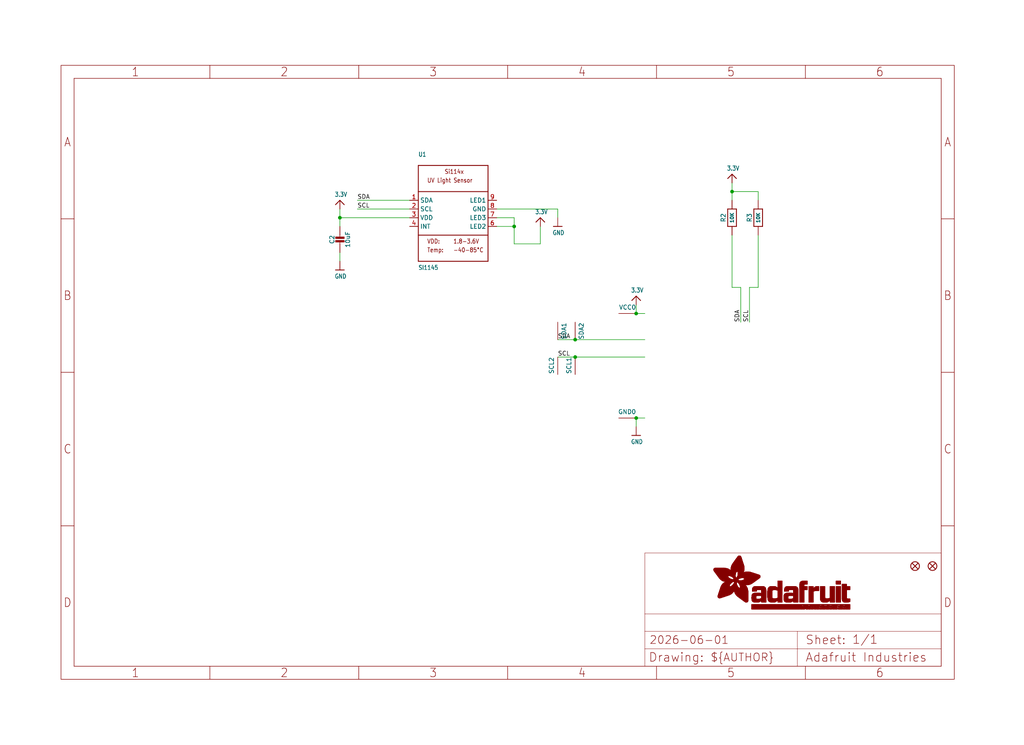
<source format=kicad_sch>
(kicad_sch (version 20230121) (generator eeschema)
  (paper "User" 298.45 217.322)
  (lib_symbols
    (symbol "working-eagle-import:3.3V" (power)
      (property "Value" "3.3V" (at -1.524 1.016 0))
      (symbol "3.3V_1_0"
        (pin power_in line (at 0 -2.54 90) (length 2.54) (name "3.3V") (number "1"))
      )
    )
    (symbol "working-eagle-import:CAP_CERAMIC0805-NOOUTLINE"
      (property "Reference" "C" (at -2.29 1.25 90))
      (symbol "CAP_CERAMIC0805-NOOUTLINE_1_0"
        (pin passive line (at 0 5.08 270) (length 2.54) (name "1") (number "1"))
        (pin passive line (at 0 -2.54 90) (length 2.54) (name "2") (number "2"))
      )
    )
    (symbol "working-eagle-import:FIDUCIAL{dblquote}{dblquote}")
    (symbol "working-eagle-import:FRAME_A4_ADAFRUIT"
      (symbol "FRAME_A4_ADAFRUIT_1_0"
        (text "${#}/${##}" (at 230.505 10.16 0) (effects (font (size 2.54 2.54)) (justify left bottom)))
        (text "${AUTHOR}" (at 189.23 5.08 0) (effects (font (size 2.286 2.286)) (justify left bottom)))
        (text "${CURRENT_DATE}" (at 171.45 10.16 0) (effects (font (size 2.286 2.286)) (justify left bottom)))
        (text "${PROJECTNAME}" (at 171.45 15.24 0) (effects (font (size 2.54 2.54)) (justify left bottom)))
        (text "1" (at 21.6958 1.905 0) (effects (font (size 2.54 2.286))))
        (text "1" (at 21.6958 177.165 0) (effects (font (size 2.54 2.286))))
        (text "2" (at 65.0875 1.905 0) (effects (font (size 2.54 2.286))))
        (text "2" (at 65.0875 177.165 0) (effects (font (size 2.54 2.286))))
        (text "3" (at 108.4792 1.905 0) (effects (font (size 2.54 2.286))))
        (text "3" (at 108.4792 177.165 0) (effects (font (size 2.54 2.286))))
        (text "4" (at 151.8708 1.905 0) (effects (font (size 2.54 2.286))))
        (text "4" (at 151.8708 177.165 0) (effects (font (size 2.54 2.286))))
        (text "5" (at 195.2625 1.905 0) (effects (font (size 2.54 2.286))))
        (text "5" (at 195.2625 177.165 0) (effects (font (size 2.54 2.286))))
        (text "6" (at 238.6542 1.905 0) (effects (font (size 2.54 2.286))))
        (text "6" (at 238.6542 177.165 0) (effects (font (size 2.54 2.286))))
        (text "A" (at 1.905 156.6863 0) (effects (font (size 2.54 2.286))))
        (text "A" (at 258.445 156.6863 0) (effects (font (size 2.54 2.286))))
        (text "Adafruit Industries" (at 216.916 4.953 0) (effects (font (size 2.54 2.54)) (justify left bottom)))
        (text "B" (at 1.905 111.9188 0) (effects (font (size 2.54 2.286))))
        (text "B" (at 258.445 111.9188 0) (effects (font (size 2.54 2.286))))
        (text "C" (at 1.905 67.1513 0) (effects (font (size 2.54 2.286))))
        (text "C" (at 258.445 67.1513 0) (effects (font (size 2.54 2.286))))
        (text "D" (at 1.905 22.3838 0) (effects (font (size 2.54 2.286))))
        (text "D" (at 258.445 22.3838 0) (effects (font (size 2.54 2.286))))
        (text "Drawing:" (at 171.196 4.953 0) (effects (font (size 2.54 2.54)) (justify left bottom)))
        (text "Sheet:" (at 216.916 10.033 0) (effects (font (size 2.54 2.54)) (justify left bottom)))
      )
    )
    (symbol "working-eagle-import:GND" (power)
      (property "Value" "GND" (at -1.524 -2.54 0))
      (symbol "GND_1_0"
        (pin power_in line (at 0 2.54 270) (length 2.54) (name "GND") (number "1"))
      )
    )
    (symbol "working-eagle-import:RESISTOR0805_NOOUTLINE"
      (property "Reference" "R" (at 0 2.54 0))
      (symbol "RESISTOR0805_NOOUTLINE_1_0"
        (pin passive line (at -5.08 0 0) (length 2.54) (name "1") (number "1"))
        (pin passive line (at 5.08 0 180) (length 2.54) (name "2") (number "2"))
      )
    )
    (symbol "working-eagle-import:SEWTAP0.5IN"
      (property "Reference" "TP" (at 0 2.54 0))
      (symbol "SEWTAP0.5IN_1_0"
        (pin bidirectional line (at 0 0 180) (length 5.08) (name "SEW") (number "TAP"))
      )
    )
    (symbol "working-eagle-import:SI114X"
      (property "Reference" "U" (at -10.16 17.78 0))
      (symbol "SI114X_1_0"
        (text "-40-85°C" (at 0 -10.16 0) (effects (font (size 1.27 1.0795)) (justify left bottom)))
        (text "1.8-3.6V" (at 0 -7.62 0) (effects (font (size 1.27 1.0795)) (justify left bottom)))
        (text "Si114x" (at -2.54 12.7 0) (effects (font (size 1.27 1.0795)) (justify left bottom)))
        (text "Temp:" (at -7.62 -10.16 0) (effects (font (size 1.27 1.0795)) (justify left bottom)))
        (text "UV Light Sensor" (at -7.62 10.16 0) (effects (font (size 1.27 1.0795)) (justify left bottom)))
        (text "VDD:" (at -7.62 -7.62 0) (effects (font (size 1.27 1.0795)) (justify left bottom)))
        (pin bidirectional line (at -12.7 5.08 0) (length 2.54) (name "SDA") (number "1"))
        (pin input line (at -12.7 2.54 0) (length 2.54) (name "SCL") (number "2"))
        (pin power_in line (at -12.7 0 0) (length 2.54) (name "VDD") (number "3"))
        (pin open_collector line (at -12.7 -2.54 0) (length 2.54) (name "INT") (number "4"))
        (pin open_collector line (at 12.7 -2.54 180) (length 2.54) (name "LED2") (number "6"))
        (pin open_collector line (at 12.7 0 180) (length 2.54) (name "LED3") (number "7"))
        (pin power_in line (at 12.7 2.54 180) (length 2.54) (name "GND") (number "8"))
        (pin open_collector line (at 12.7 5.08 180) (length 2.54) (name "LED1") (number "9"))
      )
    )
  )
  (junction (at 149.86 66.04))
  (junction (at 99.06 63.5))
  (junction (at 185.42 121.92))
  (junction (at 185.42 91.44))
  (junction (at 167.64 104.14))
  (junction (at 167.64 99.06))
  (junction (at 213.36 55.88))
  (wire (pts (xy 119.38 60.96) (xy 104.14 60.96)) (stroke (width 0.1524)))
  (wire (pts (xy 99.06 63.5) (xy 99.06 66.04)) (stroke (width 0.1524)))
  (wire (pts (xy 149.86 71.12) (xy 157.48 71.12)) (stroke (width 0.1524)))
  (wire (pts (xy 162.56 60.96) (xy 162.56 63.5)) (stroke (width 0.1524)))
  (wire (pts (xy 185.42 121.92) (xy 185.42 124.46)) (stroke (width 0.1524)))
  (wire (pts (xy 220.98 55.88) (xy 213.36 55.88)) (stroke (width 0.1524)))
  (wire (pts (xy 167.64 104.14) (xy 162.56 104.14)) (stroke (width 0.1524)))
  (wire (pts (xy 185.42 91.44) (xy 185.42 88.9)) (stroke (width 0.1524)))
  (wire (pts (xy 119.38 63.5) (xy 99.06 63.5)) (stroke (width 0.1524)))
  (wire (pts (xy 144.78 66.04) (xy 149.86 66.04)) (stroke (width 0.1524)))
  (wire (pts (xy 220.98 68.58) (xy 220.98 83.82)) (stroke (width 0.1524)))
  (wire (pts (xy 104.14 58.42) (xy 119.38 58.42)) (stroke (width 0.1524)))
  (wire (pts (xy 213.36 58.42) (xy 213.36 55.88)) (stroke (width 0.1524)))
  (wire (pts (xy 220.98 58.42) (xy 220.98 55.88)) (stroke (width 0.1524)))
  (wire (pts (xy 218.44 83.82) (xy 218.44 93.98)) (stroke (width 0.1524)))
  (wire (pts (xy 144.78 63.5) (xy 149.86 63.5)) (stroke (width 0.1524)))
  (wire (pts (xy 149.86 63.5) (xy 149.86 66.04)) (stroke (width 0.1524)))
  (wire (pts (xy 218.44 83.82) (xy 220.98 83.82)) (stroke (width 0.1524)))
  (wire (pts (xy 187.96 91.44) (xy 185.42 91.44)) (stroke (width 0.1524)))
  (wire (pts (xy 99.06 73.66) (xy 99.06 76.2)) (stroke (width 0.1524)))
  (wire (pts (xy 144.78 60.96) (xy 162.56 60.96)) (stroke (width 0.1524)))
  (wire (pts (xy 213.36 68.58) (xy 213.36 83.82)) (stroke (width 0.1524)))
  (wire (pts (xy 187.96 104.14) (xy 167.64 104.14)) (stroke (width 0.1524)))
  (wire (pts (xy 167.64 99.06) (xy 162.56 99.06)) (stroke (width 0.1524)))
  (wire (pts (xy 213.36 83.82) (xy 215.9 83.82)) (stroke (width 0.1524)))
  (wire (pts (xy 187.96 99.06) (xy 167.64 99.06)) (stroke (width 0.1524)))
  (wire (pts (xy 213.36 55.88) (xy 213.36 53.34)) (stroke (width 0.1524)))
  (wire (pts (xy 99.06 63.5) (xy 99.06 60.96)) (stroke (width 0.1524)))
  (wire (pts (xy 157.48 71.12) (xy 157.48 66.04)) (stroke (width 0.1524)))
  (wire (pts (xy 215.9 83.82) (xy 215.9 93.98)) (stroke (width 0.1524)))
  (wire (pts (xy 149.86 66.04) (xy 149.86 71.12)) (stroke (width 0.1524)))
  (wire (pts (xy 187.96 121.92) (xy 185.42 121.92)) (stroke (width 0.1524)))
  (label "SCL" (at 162.56 104.14 0) (effects (font (size 1.2446 1.2446))))
  (label "SDA" (at 104.14 58.42 0) (effects (font (size 1.2446 1.2446))))
  (label "SCL" (at 104.14 60.96 0) (effects (font (size 1.2446 1.2446))))
  (label "SDA" (at 215.9 93.98 90) (effects (font (size 1.2446 1.2446))))
  (label "SCL" (at 218.44 93.98 90) (effects (font (size 1.2446 1.2446))))
  (label "SDA" (at 162.56 99.06 0) (effects (font (size 1.2446 1.2446))))
  (symbol (lib_id "working-eagle-import:3.3V") (at 213.36 50.8 0) (unit 1)
    (property "Reference" "#U$11" (effects hide))
    (property "Value" "3.3V" (at 211.836 49.784 0) (effects (font (size 1.27 1.0795)) (justify left bottom)))
  )
  (symbol (lib_id "working-eagle-import:FIDUCIAL{dblquote}{dblquote}") (at 271.78 165.1 0) (unit 1)
    (property "Reference" "FID1" (effects hide))
    (property "Value" "FIDUCIAL{dblquote}{dblquote}" (effects hide))
    (property "Footprint" "working:FIDUCIAL_1MM" (effects hide))
  )
  (symbol (lib_id "working-eagle-import:RESISTOR0805_NOOUTLINE") (at 213.36 63.5 90) (unit 1)
    (property "Reference" "R2" (at 210.82 63.5 0))
    (property "Value" "10K" (at 213.36 63.5 0) (effects (font (size 1.016 1.016) bold)))
    (property "Footprint" "working:0805-NO" (effects hide))
  )
  (symbol (lib_id "working-eagle-import:FIDUCIAL{dblquote}{dblquote}") (at 266.7 165.1 0) (unit 1)
    (property "Reference" "FID2" (effects hide))
    (property "Value" "FIDUCIAL{dblquote}{dblquote}" (effects hide))
    (property "Footprint" "working:FIDUCIAL_1MM" (effects hide))
  )
  (symbol (lib_id "working-eagle-import:SI114X") (at 132.08 63.5 0) (unit 1)
    (property "Reference" "U1" (at 121.92 45.72 0) (effects (font (size 1.27 1.0795)) (justify left bottom)))
    (property "Value" "SI1145" (at 121.92 78.74 0) (effects (font (size 1.27 1.0795)) (justify left bottom)))
    (property "Footprint" "working:SI114X" (effects hide))
  )
  (symbol (lib_id "working-eagle-import:FRAME_A4_ADAFRUIT") (at 17.78 198.12 0) (unit 1)
    (property "Reference" "#U$1" (effects hide))
    (property "Value" "FRAME_A4_ADAFRUIT" (effects hide))
  )
  (symbol (lib_id "working-eagle-import:GND") (at 162.56 66.04 0) (unit 1)
    (property "Reference" "#U$8" (effects hide))
    (property "Value" "GND" (at 161.036 68.58 0) (effects (font (size 1.27 1.0795)) (justify left bottom)))
  )
  (symbol (lib_id "working-eagle-import:SEWTAP0.5IN") (at 162.56 104.14 90) (unit 1)
    (property "Reference" "SCL2" (at 160.02 104.14 0) (effects (justify right top)))
    (property "Value" "SEWTAP0.5IN" (effects hide))
    (property "Footprint" "working:SEWINGTAP_0.5" (effects hide))
  )
  (symbol (lib_id "working-eagle-import:SEWTAP0.5IN") (at 167.64 104.14 90) (unit 1)
    (property "Reference" "SCL1" (at 165.1 104.14 0) (effects (justify right top)))
    (property "Value" "SEWTAP0.5IN" (effects hide))
    (property "Footprint" "working:SEWINGTAP_0.5" (effects hide))
  )
  (symbol (lib_id "working-eagle-import:RESISTOR0805_NOOUTLINE") (at 220.98 63.5 90) (unit 1)
    (property "Reference" "R3" (at 218.44 63.5 0))
    (property "Value" "10K" (at 220.98 63.5 0) (effects (font (size 1.016 1.016) bold)))
    (property "Footprint" "working:0805-NO" (effects hide))
  )
  (symbol (lib_id "working-eagle-import:GND") (at 185.42 127 0) (unit 1)
    (property "Reference" "#U$10" (effects hide))
    (property "Value" "GND" (at 183.896 129.54 0) (effects (font (size 1.27 1.0795)) (justify left bottom)))
  )
  (symbol (lib_id "working-eagle-import:CAP_CERAMIC0805-NOOUTLINE") (at 99.06 71.12 0) (unit 1)
    (property "Reference" "C2" (at 96.77 69.87 90))
    (property "Value" "10uF" (at 101.36 69.87 90))
    (property "Footprint" "working:0805-NO" (effects hide))
  )
  (symbol (lib_id "working-eagle-import:3.3V") (at 157.48 63.5 0) (unit 1)
    (property "Reference" "#U$6" (effects hide))
    (property "Value" "3.3V" (at 155.956 62.484 0) (effects (font (size 1.27 1.0795)) (justify left bottom)))
  )
  (symbol (lib_id "working-eagle-import:3.3V") (at 185.42 86.36 0) (unit 1)
    (property "Reference" "#U$5" (effects hide))
    (property "Value" "3.3V" (at 183.896 85.344 0) (effects (font (size 1.27 1.0795)) (justify left bottom)))
  )
  (symbol (lib_id "working-eagle-import:3.3V") (at 99.06 58.42 0) (unit 1)
    (property "Reference" "#U$2" (effects hide))
    (property "Value" "3.3V" (at 97.536 57.404 0) (effects (font (size 1.27 1.0795)) (justify left bottom)))
  )
  (symbol (lib_id "working-eagle-import:SEWTAP0.5IN") (at 185.42 91.44 0) (unit 1)
    (property "Reference" "VCC0" (at 185.42 88.9 0) (effects (justify right top)))
    (property "Value" "SEWTAP0.5IN" (effects hide))
    (property "Footprint" "working:SEWINGTAP_0.5" (effects hide))
  )
  (symbol (lib_id "working-eagle-import:GND") (at 99.06 78.74 0) (unit 1)
    (property "Reference" "#U$9" (effects hide))
    (property "Value" "GND" (at 97.536 81.28 0) (effects (font (size 1.27 1.0795)) (justify left bottom)))
  )
  (symbol (lib_id "working-eagle-import:SEWTAP0.5IN") (at 167.64 99.06 270) (unit 1)
    (property "Reference" "SDA2" (at 170.18 99.06 0) (effects (justify right top)))
    (property "Value" "SEWTAP0.5IN" (effects hide))
    (property "Footprint" "working:SEWINGTAP_0.5" (effects hide))
  )
  (symbol (lib_id "working-eagle-import:SEWTAP0.5IN") (at 185.42 121.92 0) (unit 1)
    (property "Reference" "GND0" (at 185.42 119.38 0) (effects (justify right top)))
    (property "Value" "SEWTAP0.5IN" (effects hide))
    (property "Footprint" "working:SEWINGTAP_0.5" (effects hide))
  )
  (symbol (lib_id "working-eagle-import:SEWTAP0.5IN") (at 162.56 99.06 270) (unit 1)
    (property "Reference" "SDA1" (at 165.1 99.06 0) (effects (justify right top)))
    (property "Value" "SEWTAP0.5IN" (effects hide))
    (property "Footprint" "working:SEWINGTAP_0.5" (effects hide))
  )
)
</source>
